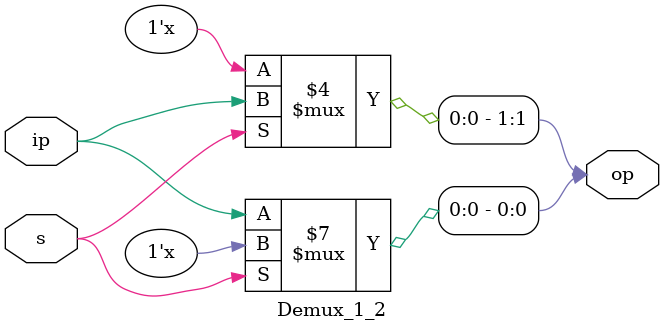
<source format=v>


module Demux_1_2 (op, ip, s);
	//  Port Declaration
	input ip, s;
	output [1:0] op;
	// Wires and Registers
	reg [1:0] op;
	// Code
	always @(ip or op or s)
	if (s==0) begin
		op[0]=ip;
		op[1]=1'bz;
	end else begin
		op[0]=1'bz;
		op[1]=ip;
	end
endmodule

</source>
